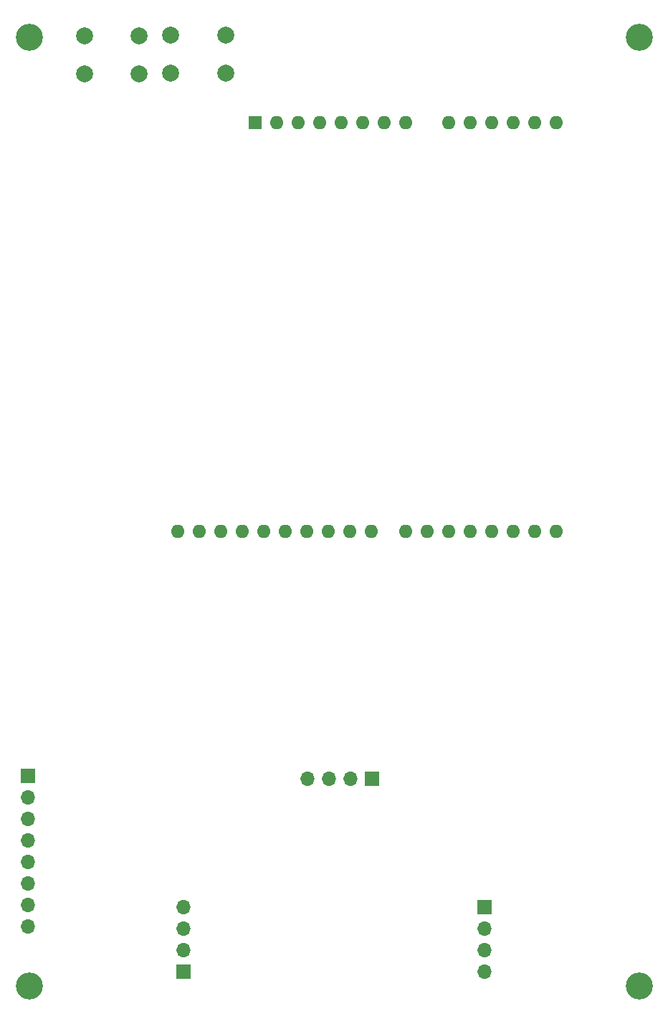
<source format=gbs>
%TF.GenerationSoftware,KiCad,Pcbnew,(7.0.0)*%
%TF.CreationDate,2023-04-22T11:09:59+02:00*%
%TF.ProjectId,PCB KiCad,50434220-4b69-4436-9164-2e6b69636164,rev?*%
%TF.SameCoordinates,Original*%
%TF.FileFunction,Soldermask,Bot*%
%TF.FilePolarity,Negative*%
%FSLAX46Y46*%
G04 Gerber Fmt 4.6, Leading zero omitted, Abs format (unit mm)*
G04 Created by KiCad (PCBNEW (7.0.0)) date 2023-04-22 11:09:59*
%MOMM*%
%LPD*%
G01*
G04 APERTURE LIST*
%ADD10C,3.200000*%
%ADD11R,1.700000X1.700000*%
%ADD12O,1.700000X1.700000*%
%ADD13R,1.600000X1.600000*%
%ADD14O,1.600000X1.600000*%
%ADD15C,2.000000*%
G04 APERTURE END LIST*
D10*
%TO.C,*%
X119000000Y-144000000D03*
%TD*%
D11*
%TO.C,J3*%
X100767757Y-134692235D03*
D12*
X100767757Y-137232235D03*
X100767757Y-139772235D03*
X100767757Y-142312235D03*
%TD*%
D10*
%TO.C,*%
X119000000Y-32000000D03*
%TD*%
D13*
%TO.C,A1*%
X73654999Y-42069999D03*
D14*
X76194999Y-42069999D03*
X78734999Y-42069999D03*
X81274999Y-42069999D03*
X83814999Y-42069999D03*
X86354999Y-42069999D03*
X88894999Y-42069999D03*
X91434999Y-42069999D03*
X96514999Y-42069999D03*
X99054999Y-42069999D03*
X101594999Y-42069999D03*
X104134999Y-42069999D03*
X106674999Y-42069999D03*
X109214999Y-42069999D03*
X109214999Y-90329999D03*
X106674999Y-90329999D03*
X104134999Y-90329999D03*
X101594999Y-90329999D03*
X99054999Y-90329999D03*
X96514999Y-90329999D03*
X93974999Y-90329999D03*
X91434999Y-90329999D03*
X87374999Y-90329999D03*
X84834999Y-90329999D03*
X82294999Y-90329999D03*
X79754999Y-90329999D03*
X77214999Y-90329999D03*
X74674999Y-90329999D03*
X72134999Y-90329999D03*
X69594999Y-90329999D03*
X67054999Y-90329999D03*
X64514999Y-90329999D03*
%TD*%
D11*
%TO.C,J5*%
X87499999Y-119499999D03*
D12*
X84959999Y-119499999D03*
X82419999Y-119499999D03*
X79879999Y-119499999D03*
%TD*%
D15*
%TO.C,SW2*%
X53475000Y-31800000D03*
X59975000Y-31800000D03*
X53475000Y-36300000D03*
X59975000Y-36300000D03*
%TD*%
D11*
%TO.C,J1*%
X46849999Y-119149999D03*
D12*
X46849999Y-121689999D03*
X46849999Y-124229999D03*
X46849999Y-126769999D03*
X46849999Y-129309999D03*
X46849999Y-131849999D03*
X46849999Y-134389999D03*
X46849999Y-136929999D03*
%TD*%
D10*
%TO.C,*%
X47000000Y-144000000D03*
%TD*%
D11*
%TO.C,J4*%
X65167757Y-142292235D03*
D12*
X65167757Y-139752235D03*
X65167757Y-137212235D03*
X65167757Y-134672235D03*
%TD*%
D10*
%TO.C,REF\u002A\u002A*%
X47000000Y-32000000D03*
%TD*%
D15*
%TO.C,SW1*%
X63700000Y-31725000D03*
X70200000Y-31725000D03*
X63700000Y-36225000D03*
X70200000Y-36225000D03*
%TD*%
M02*

</source>
